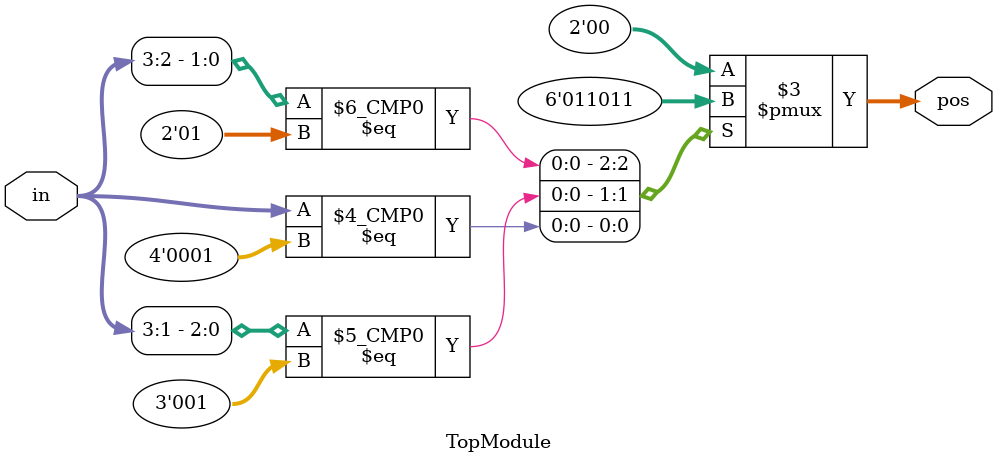
<source format=sv>
module TopModule (
    input  logic [3:0] in,
    output logic [1:0] pos
);
    always @(*) begin
        casez (in)
            4'b1??? : pos = 2'b00; // First bit is high
            4'b01?? : pos = 2'b01; // Second bit is high
            4'b001? : pos = 2'b10; // Third bit is high
            4'b0001 : pos = 2'b11; // Fourth bit is high
            default : pos = 2'b00;  // None are high
        endcase
    end
endmodule
</source>
